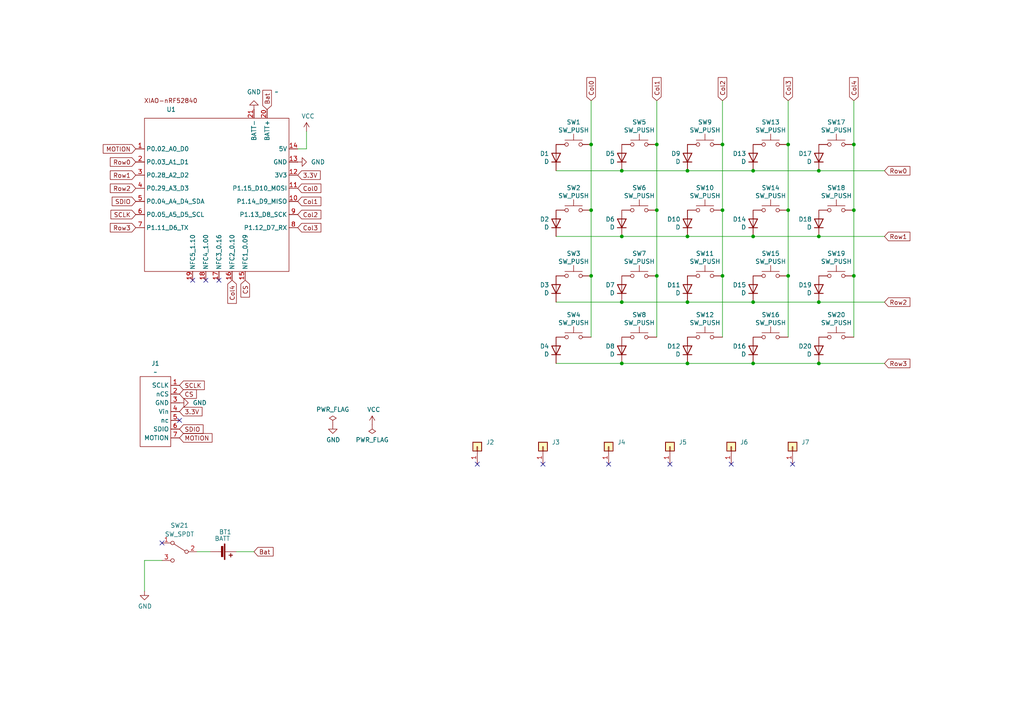
<source format=kicad_sch>
(kicad_sch (version 20231120) (generator "eeschema") (generator_version "8.0")
  (paper "A4")
  (lib_symbols
    (symbol "Connector_Generic:Conn_01x01" (pin_names (offset 1.016) hide)
      (property "Reference" "J" (at 0 2.54 0))
      (property "Value" "Conn_01x01" (at 0 -2.54 0))
      (symbol "Conn_01x01_1_1"
        (rectangle (start -1.27 0.127) (end 0 -0.127) (stroke (width 0.1524)))
        (rectangle (start -1.27 1.27) (end 1.27 -1.27) (stroke (width 0.254)) (fill (type background)))
        (pin passive line (at -5.08 0 0) (length 3.81) (name "Pin_1") (number "1"))
      )
    )
    (symbol "Device:Battery_Cell" (pin_numbers hide) (pin_names (offset 0) hide)
      (property "Reference" "BT" (at 2.54 2.54 0))
      (property "Value" "Battery_Cell" (at 2.54 0 0))
      (symbol "Battery_Cell_0_1"
        (rectangle (start -2.286 1.778) (end 2.286 1.524) (fill (type outline)))
        (rectangle (start -1.5748 1.1938) (end 1.4732 0.6858) (fill (type outline)))
        (polyline (pts (xy 0 0.762) (xy 0 0)))
        (polyline (pts (xy 0 1.778) (xy 0 2.54)))
        (polyline (pts (xy 0.508 3.429) (xy 1.524 3.429)) (stroke (width 0.254)))
        (polyline (pts (xy 1.016 3.937) (xy 1.016 2.921)) (stroke (width 0.254)))
      )
      (symbol "Battery_Cell_1_1"
        (pin passive line (at 0 5.08 270) (length 2.54) (name "+") (number "1"))
        (pin passive line (at 0 -2.54 90) (length 2.54) (name "-") (number "2"))
      )
    )
    (symbol "Device:D" (pin_numbers hide) (pin_names (offset 1.016) hide)
      (property "Reference" "D" (at 0 2.54 0))
      (property "Value" "D" (at 0 -2.54 0))
      (symbol "D_0_1"
        (polyline (pts (xy -1.27 1.27) (xy -1.27 -1.27)) (stroke (width 0.254)))
        (polyline (pts (xy 1.27 0) (xy -1.27 0)))
        (polyline (pts (xy 1.27 1.27) (xy 1.27 -1.27) (xy -1.27 0) (xy 1.27 1.27)) (stroke (width 0.254)))
      )
      (symbol "D_1_1"
        (pin passive line (at -3.81 0 0) (length 2.54) (name "K") (number "1"))
        (pin passive line (at 3.81 0 180) (length 2.54) (name "A") (number "2"))
      )
    )
    (symbol "GND_1" (power) (pin_numbers hide) (pin_names (offset 0) hide)
      (property "Value" "GND" (at 0 -3.81 0))
      (symbol "GND_1_0_1"
        (polyline (pts (xy 0 0) (xy 0 -1.27) (xy 1.27 -1.27) (xy 0 -2.54) (xy -1.27 -1.27) (xy 0 -1.27)))
      )
      (symbol "GND_1_1_1"
        (pin power_in line (at 0 0 270) (length 0) (name "~") (number "1"))
      )
    )
    (symbol "Switch:SW_Push" (pin_numbers hide) (pin_names (offset 1.016) hide)
      (property "Reference" "SW" (at 1.27 2.54 0))
      (property "Value" "SW_Push" (at 0 -1.524 0))
      (symbol "SW_Push_0_1"
        (circle (center -2.032 0) (radius 0.508))
        (polyline (pts (xy 0 1.27) (xy 0 3.048)))
        (polyline (pts (xy 2.54 1.27) (xy -2.54 1.27)))
        (circle (center 2.032 0) (radius 0.508))
        (pin passive line (at -5.08 0 0) (length 2.54) (name "1") (number "1"))
        (pin passive line (at 5.08 0 180) (length 2.54) (name "2") (number "2"))
      )
    )
    (symbol "Switch:SW_SPDT" (pin_names (offset 0) hide)
      (property "Reference" "SW" (at 0 4.318 0))
      (property "Value" "SW_SPDT" (at 0 -5.08 0))
      (symbol "SW_SPDT_0_0"
        (circle (center -2.032 0) (radius 0.508))
        (circle (center 2.032 -2.54) (radius 0.508))
      )
      (symbol "SW_SPDT_0_1"
        (polyline (pts (xy -1.524 0.254) (xy 1.651 2.286)))
        (circle (center 2.032 2.54) (radius 0.508))
      )
      (symbol "SW_SPDT_1_1"
        (pin passive line (at 5.08 2.54 180) (length 2.54) (name "A") (number "1"))
        (pin passive line (at -5.08 0 0) (length 2.54) (name "B") (number "2"))
        (pin passive line (at 5.08 -2.54 180) (length 2.54) (name "C") (number "3"))
      )
    )
    (symbol "my:XIAO-nRF52840"
      (property "Reference" "U1" (at 19.05 -3.81 0))
      (property "Value" "~" (at 50.4541 1.27 0))
      (symbol "XIAO-nRF52840_1_1"
        (text "XIAO-nRF52840" (at 20.32 -1.27 0) (effects (font (size 1.27 1.27))))
        (text_box "" (at 12.7 -6.35 0) (size 41.91 -44.45) (effects (font (size 1.27 1.27)) (justify left top)))
        (pin unspecified line (at 10.16 -15.24 0) (length 2.54) (name "P0.02_A0_D0") (number "1"))
        (pin unspecified line (at 57.15 -30.48 180) (length 2.54) (name "P1.14_D9_MISO") (number "10"))
        (pin unspecified line (at 57.15 -26.67 180) (length 2.54) (name "P1.15_D10_MOSI") (number "11"))
        (pin unspecified line (at 57.15 -22.86 180) (length 2.54) (name "3V3") (number "12"))
        (pin unspecified line (at 57.15 -19.05 180) (length 2.54) (name "GND") (number "13"))
        (pin unspecified line (at 57.15 -15.24 180) (length 2.54) (name "5V") (number "14"))
        (pin unspecified line (at 41.91 -53.34 90) (length 2.54) (name "NFC1_0.09") (number "15"))
        (pin unspecified line (at 38.1 -53.34 90) (length 2.54) (name "NFC2_0.10") (number "16"))
        (pin unspecified line (at 34.29 -53.34 90) (length 2.54) (name "NFC3_0.16") (number "17"))
        (pin unspecified line (at 30.48 -53.34 90) (length 2.54) (name "NFC4_1.00") (number "18"))
        (pin unspecified line (at 26.67 -53.34 90) (length 2.54) (name "NFC5_1.10") (number "19"))
        (pin unspecified line (at 10.16 -19.05 0) (length 2.54) (name "P0.03_A1_D1") (number "2"))
        (pin unspecified line (at 48.26 -3.81 270) (length 2.54) (name "BATT+") (number "20"))
        (pin unspecified line (at 44.45 -3.81 270) (length 2.54) (name "BATT-") (number "21"))
        (pin unspecified line (at 10.16 -22.86 0) (length 2.54) (name "P0.28_A2_D2") (number "3"))
        (pin unspecified line (at 10.16 -26.67 0) (length 2.54) (name "P0.29_A3_D3") (number "4"))
        (pin unspecified line (at 10.16 -30.48 0) (length 2.54) (name "P0.04_A4_D4_SDA") (number "5"))
        (pin unspecified line (at 10.16 -34.29 0) (length 2.54) (name "P0.05_A5_D5_SCL") (number "6"))
        (pin unspecified line (at 10.16 -38.1 0) (length 2.54) (name "P1.11_D6_TX") (number "7"))
        (pin unspecified line (at 57.15 -38.1 180) (length 2.54) (name "P1.12_D7_RX") (number "8"))
        (pin unspecified line (at 57.15 -34.29 180) (length 2.54) (name "P1.13_D8_SCK") (number "9"))
      )
    )
    (symbol "my:pmw3610_breakout"
      (property "Reference" "J" (at -1.27 1.27 0))
      (symbol "pmw3610_breakout_0_1"
        (rectangle (start -6.35 0) (end 2.54 -20.32))
      )
      (symbol "pmw3610_breakout_1_1"
        (pin unspecified line (at 5.08 -2.54 180) (length 2.54) (name "SCLK") (number "1"))
        (pin unspecified line (at 5.08 -5.08 180) (length 2.54) (name "nCS") (number "2"))
        (pin unspecified line (at 5.08 -7.62 180) (length 2.54) (name "GND") (number "3"))
        (pin unspecified line (at 5.08 -10.16 180) (length 2.54) (name "Vin") (number "4"))
        (pin unspecified line (at 5.08 -12.7 180) (length 2.54) (name "nc") (number "5"))
        (pin unspecified line (at 5.08 -15.24 180) (length 2.54) (name "SDIO") (number "6"))
        (pin unspecified line (at 5.08 -17.78 180) (length 2.54) (name "MOTION") (number "7"))
      )
    )
    (symbol "power:GND" (power) (pin_names (offset 0))
      (property "Value" "GND" (at 0 -3.81 0))
      (symbol "GND_0_1"
        (polyline (pts (xy 0 0) (xy 0 -1.27) (xy 1.27 -1.27) (xy 0 -2.54) (xy -1.27 -1.27) (xy 0 -1.27)))
      )
      (symbol "GND_1_1"
        (pin power_in line (at 0 0 270) (length 0) hide (name "GND") (number "1"))
      )
    )
    (symbol "power:PWR_FLAG" (power) (pin_numbers hide) (pin_names (offset 0) hide)
      (property "Value" "PWR_FLAG" (at 0 3.81 0))
      (symbol "PWR_FLAG_0_0"
        (pin power_out line (at 0 0 90) (length 0) (name "pwr") (number "1"))
      )
      (symbol "PWR_FLAG_0_1"
        (polyline (pts (xy 0 0) (xy 0 1.27) (xy -1.016 1.905) (xy 0 2.54) (xy 1.016 1.905) (xy 0 1.27)))
      )
    )
    (symbol "power:VCC" (power) (pin_names (offset 0))
      (property "Value" "VCC" (at 0 3.81 0))
      (symbol "VCC_0_1"
        (polyline (pts (xy -0.762 1.27) (xy 0 2.54)))
        (polyline (pts (xy 0 0) (xy 0 2.54)))
        (polyline (pts (xy 0 2.54) (xy 0.762 1.27)))
      )
      (symbol "VCC_1_1"
        (pin power_in line (at 0 0 90) (length 0) hide (name "VCC") (number "1"))
      )
    )
  )
  (junction (at 209.55 60.96))
  (junction (at 190.5 60.96))
  (junction (at 237.49 105.41))
  (junction (at 180.34 49.53))
  (junction (at 171.45 41.91))
  (junction (at 190.5 41.91))
  (junction (at 237.49 49.53))
  (junction (at 218.44 87.63))
  (junction (at 228.6 60.96))
  (junction (at 237.49 68.58))
  (junction (at 228.6 41.91))
  (junction (at 218.44 49.53))
  (junction (at 218.44 105.41))
  (junction (at 247.65 41.91))
  (junction (at 237.49 87.63))
  (junction (at 199.39 87.63))
  (junction (at 171.45 80.01))
  (junction (at 199.39 105.41))
  (junction (at 180.34 87.63))
  (junction (at 180.34 68.58))
  (junction (at 209.55 41.91))
  (junction (at 199.39 49.53))
  (junction (at 247.65 80.01))
  (junction (at 190.5 80.01))
  (junction (at 218.44 68.58))
  (junction (at 228.6 80.01))
  (junction (at 180.34 105.41))
  (junction (at 199.39 68.58))
  (junction (at 247.65 60.96))
  (junction (at 171.45 60.96))
  (junction (at 209.55 80.01))
  (no_connect (at 212.09 134.62))
  (no_connect (at 176.53 134.62))
  (no_connect (at 46.99 157.48))
  (no_connect (at 194.31 134.62))
  (no_connect (at 229.87 134.62))
  (no_connect (at 52.07 121.92))
  (no_connect (at 55.88 81.28))
  (no_connect (at 59.69 81.28))
  (no_connect (at 63.5 81.28))
  (no_connect (at 138.43 134.62))
  (no_connect (at 157.48 134.62))
  (wire (pts (xy 237.49 87.63) (xy 256.54 87.63)))
  (wire (pts (xy 218.44 87.63) (xy 199.39 87.63)))
  (wire (pts (xy 218.44 68.58) (xy 199.39 68.58)))
  (wire (pts (xy 180.34 87.63) (xy 161.29 87.63)))
  (wire (pts (xy 190.5 29.21) (xy 190.5 41.91)))
  (wire (pts (xy 68.58 160.02) (xy 73.66 160.02)))
  (wire (pts (xy 57.15 160.02) (xy 60.96 160.02)))
  (wire (pts (xy 237.49 49.53) (xy 218.44 49.53)))
  (wire (pts (xy 199.39 49.53) (xy 180.34 49.53)))
  (wire (pts (xy 209.55 80.01) (xy 209.55 97.79)))
  (wire (pts (xy 209.55 29.21) (xy 209.55 41.91)))
  (wire (pts (xy 41.91 162.56) (xy 41.91 171.45)))
  (wire (pts (xy 180.34 105.41) (xy 161.29 105.41)))
  (wire (pts (xy 88.9 43.18) (xy 88.9 38.1)))
  (wire (pts (xy 247.65 80.01) (xy 247.65 97.79)))
  (wire (pts (xy 46.99 162.56) (xy 41.91 162.56)))
  (wire (pts (xy 237.49 68.58) (xy 218.44 68.58)))
  (wire (pts (xy 171.45 60.96) (xy 171.45 80.01)))
  (wire (pts (xy 228.6 29.21) (xy 228.6 41.91)))
  (wire (pts (xy 199.39 105.41) (xy 180.34 105.41)))
  (wire (pts (xy 228.6 41.91) (xy 228.6 60.96)))
  (wire (pts (xy 171.45 41.91) (xy 171.45 60.96)))
  (wire (pts (xy 218.44 105.41) (xy 199.39 105.41)))
  (wire (pts (xy 237.49 49.53) (xy 256.54 49.53)))
  (wire (pts (xy 209.55 60.96) (xy 209.55 80.01)))
  (wire (pts (xy 180.34 68.58) (xy 161.29 68.58)))
  (wire (pts (xy 199.39 68.58) (xy 180.34 68.58)))
  (wire (pts (xy 86.36 43.18) (xy 88.9 43.18)))
  (wire (pts (xy 228.6 80.01) (xy 228.6 97.79)))
  (wire (pts (xy 218.44 49.53) (xy 199.39 49.53)))
  (wire (pts (xy 237.49 105.41) (xy 218.44 105.41)))
  (wire (pts (xy 171.45 29.21) (xy 171.45 41.91)))
  (wire (pts (xy 247.65 60.96) (xy 247.65 80.01)))
  (wire (pts (xy 209.55 41.91) (xy 209.55 60.96)))
  (wire (pts (xy 256.54 105.41) (xy 237.49 105.41)))
  (wire (pts (xy 190.5 41.91) (xy 190.5 60.96)))
  (wire (pts (xy 247.65 41.91) (xy 247.65 60.96)))
  (wire (pts (xy 247.65 29.21) (xy 247.65 41.91)))
  (wire (pts (xy 237.49 87.63) (xy 218.44 87.63)))
  (wire (pts (xy 171.45 80.01) (xy 171.45 97.79)))
  (wire (pts (xy 190.5 60.96) (xy 190.5 80.01)))
  (wire (pts (xy 180.34 49.53) (xy 161.29 49.53)))
  (wire (pts (xy 228.6 60.96) (xy 228.6 80.01)))
  (wire (pts (xy 199.39 87.63) (xy 180.34 87.63)))
  (wire (pts (xy 190.5 80.01) (xy 190.5 97.79)))
  (wire (pts (xy 237.49 68.58) (xy 256.54 68.58)))
  (global_label "Row2" (shape input) (at 256.54 87.63 0) (property "Intersheetrefs" "${INTERSHEET_REFS}" (effects (hide yes))))
  (global_label "Row1" (shape input) (at 256.54 68.58 0) (property "Intersheetrefs" "${INTERSHEET_REFS}" (effects (hide yes))))
  (global_label "Col3" (shape input) (at 228.6 29.21 90) (property "Intersheetrefs" "${INTERSHEET_REFS}" (effects (hide yes))))
  (global_label "3.3V" (shape input) (at 52.07 119.38 0) (property "Intersheetrefs" "${INTERSHEET_REFS}" (effects (hide yes))))
  (global_label "CS" (shape input) (at 52.07 114.3 0) (property "Intersheetrefs" "${INTERSHEET_REFS}" (effects (hide yes))))
  (global_label "MOTION" (shape input) (at 52.07 127 0) (property "Intersheetrefs" "${INTERSHEET_REFS}" (effects (hide yes))))
  (global_label "Col1" (shape input) (at 86.36 58.42 0) (property "Intersheetrefs" "${INTERSHEET_REFS}" (effects (hide yes))))
  (global_label "3.3V" (shape input) (at 86.36 50.8 0) (property "Intersheetrefs" "${INTERSHEET_REFS}" (effects (hide yes))))
  (global_label "Bat" (shape input) (at 77.47 31.75 90) (property "Intersheetrefs" "${INTERSHEET_REFS}" (effects (hide yes))))
  (global_label "Row0" (shape input) (at 256.54 49.53 0) (property "Intersheetrefs" "${INTERSHEET_REFS}" (effects (hide yes))))
  (global_label "Col3" (shape input) (at 86.36 66.04 0) (property "Intersheetrefs" "${INTERSHEET_REFS}" (effects (hide yes))))
  (global_label "Row0" (shape input) (at 39.37 46.99 180) (property "Intersheetrefs" "${INTERSHEET_REFS}" (effects (hide yes))))
  (global_label "Row3" (shape input) (at 256.54 105.41 0) (property "Intersheetrefs" "${INTERSHEET_REFS}" (effects (hide yes))))
  (global_label "MOTION" (shape input) (at 39.37 43.18 180) (property "Intersheetrefs" "${INTERSHEET_REFS}" (effects (hide yes))))
  (global_label "SDIO" (shape input) (at 52.07 124.46 0) (property "Intersheetrefs" "${INTERSHEET_REFS}" (effects (hide yes))))
  (global_label "Row3" (shape input) (at 39.37 66.04 180) (property "Intersheetrefs" "${INTERSHEET_REFS}" (effects (hide yes))))
  (global_label "SCLK" (shape input) (at 39.37 62.23 180) (property "Intersheetrefs" "${INTERSHEET_REFS}" (effects (hide yes))))
  (global_label "Col4" (shape input) (at 247.65 29.21 90) (property "Intersheetrefs" "${INTERSHEET_REFS}" (effects (hide yes))))
  (global_label "Row2" (shape input) (at 39.37 54.61 180) (property "Intersheetrefs" "${INTERSHEET_REFS}" (effects (hide yes))))
  (global_label "Col0" (shape input) (at 86.36 54.61 0) (property "Intersheetrefs" "${INTERSHEET_REFS}" (effects (hide yes))))
  (global_label "Col2" (shape input) (at 209.55 29.21 90) (property "Intersheetrefs" "${INTERSHEET_REFS}" (effects (hide yes))))
  (global_label "Col2" (shape input) (at 86.36 62.23 0) (property "Intersheetrefs" "${INTERSHEET_REFS}" (effects (hide yes))))
  (global_label "Row1" (shape input) (at 39.37 50.8 180) (property "Intersheetrefs" "${INTERSHEET_REFS}" (effects (hide yes))))
  (global_label "Bat" (shape input) (at 73.66 160.02 0) (property "Intersheetrefs" "${INTERSHEET_REFS}" (effects (hide yes))))
  (global_label "Col4" (shape input) (at 67.31 81.28 270) (property "Intersheetrefs" "${INTERSHEET_REFS}" (effects (hide yes))))
  (global_label "SCLK" (shape input) (at 52.07 111.76 0) (property "Intersheetrefs" "${INTERSHEET_REFS}" (effects (hide yes))))
  (global_label "CS" (shape input) (at 71.12 81.28 270) (property "Intersheetrefs" "${INTERSHEET_REFS}" (effects (hide yes))))
  (global_label "Col1" (shape input) (at 190.5 29.21 90) (property "Intersheetrefs" "${INTERSHEET_REFS}" (effects (hide yes))))
  (global_label "SDIO" (shape input) (at 39.37 58.42 180) (property "Intersheetrefs" "${INTERSHEET_REFS}" (effects (hide yes))))
  (global_label "Col0" (shape input) (at 171.45 29.21 90) (property "Intersheetrefs" "${INTERSHEET_REFS}" (effects (hide yes))))
  (symbol (lib_id "power:VCC") (at 88.9 38.1 0) (unit 1)
    (property "Reference" "#PWR05" (effects (hide yes)))
    (property "Value" "VCC" (at 89.3318 33.7058 0))
  )
  (symbol (lib_id "Device:D") (at 237.49 101.6 270) (mirror x) (unit 1)
    (property "Reference" "D20" (at 235.4834 100.4316 90) (effects (justify right)))
    (property "Value" "D" (at 235.4834 102.743 90) (effects (justify right)))
    (property "Footprint" "note96e:Diode_SMD" (effects (hide yes)))
  )
  (symbol (lib_id "Switch:SW_Push") (at 204.47 80.01 0) (mirror y) (unit 1)
    (property "Reference" "SW11" (at 204.47 73.533 0))
    (property "Value" "SW_PUSH" (at 204.47 75.8444 0))
    (property "Footprint" "myfootprintLibrary:SW_MX" (effects (hide yes)))
  )
  (symbol (lib_id "Device:D") (at 199.39 64.77 270) (mirror x) (unit 1)
    (property "Reference" "D10" (at 197.3834 63.6016 90) (effects (justify right)))
    (property "Value" "D" (at 197.3834 65.913 90) (effects (justify right)))
    (property "Footprint" "note96e:Diode_SMD" (effects (hide yes)))
  )
  (symbol (lib_id "Switch:SW_Push") (at 223.52 80.01 0) (mirror y) (unit 1)
    (property "Reference" "SW15" (at 223.52 73.533 0))
    (property "Value" "SW_PUSH" (at 223.52 75.8444 0))
    (property "Footprint" "myfootprintLibrary:SW_MX" (effects (hide yes)))
  )
  (symbol (lib_id "Switch:SW_Push") (at 223.52 97.79 0) (mirror y) (unit 1)
    (property "Reference" "SW16" (at 223.52 91.313 0))
    (property "Value" "SW_PUSH" (at 223.52 93.6244 0))
    (property "Footprint" "myfootprintLibrary:SW_MX_Choc" (effects (hide yes)))
  )
  (symbol (lib_id "Device:D") (at 218.44 83.82 270) (mirror x) (unit 1)
    (property "Reference" "D15" (at 216.4334 82.6516 90) (effects (justify right)))
    (property "Value" "D" (at 216.4334 84.963 90) (effects (justify right)))
    (property "Footprint" "note96e:Diode_SMD" (effects (hide yes)))
  )
  (symbol (lib_id "Device:D") (at 237.49 83.82 270) (mirror x) (unit 1)
    (property "Reference" "D19" (at 235.4834 82.6516 90) (effects (justify right)))
    (property "Value" "D" (at 235.4834 84.963 90) (effects (justify right)))
    (property "Footprint" "note96e:Diode_SMD" (effects (hide yes)))
  )
  (symbol (lib_id "Device:D") (at 161.29 45.72 270) (mirror x) (unit 1)
    (property "Reference" "D1" (at 159.2834 44.5516 90) (effects (justify right)))
    (property "Value" "D" (at 159.2834 46.863 90) (effects (justify right)))
    (property "Footprint" "note96e:Diode_SMD" (effects (hide yes)))
  )
  (symbol (lib_id "Switch:SW_Push") (at 223.52 60.96 0) (mirror y) (unit 1)
    (property "Reference" "SW14" (at 223.52 54.483 0))
    (property "Value" "SW_PUSH" (at 223.52 56.7944 0))
    (property "Footprint" "myfootprintLibrary:SW_MX" (effects (hide yes)))
  )
  (symbol (lib_id "Switch:SW_Push") (at 166.37 60.96 0) (mirror y) (unit 1)
    (property "Reference" "SW2" (at 166.37 54.483 0))
    (property "Value" "SW_PUSH" (at 166.37 56.7944 0))
    (property "Footprint" "myfootprintLibrary:SW_MX" (effects (hide yes)))
  )
  (symbol (lib_id "Switch:SW_Push") (at 204.47 97.79 0) (mirror y) (unit 1)
    (property "Reference" "SW12" (at 204.47 91.313 0))
    (property "Value" "SW_PUSH" (at 204.47 93.6244 0))
    (property "Footprint" "myfootprintLibrary:SW_MX_Choc" (effects (hide yes)))
  )
  (symbol (lib_id "Device:D") (at 161.29 83.82 270) (mirror x) (unit 1)
    (property "Reference" "D3" (at 159.2834 82.6516 90) (effects (justify right)))
    (property "Value" "D" (at 159.2834 84.963 90) (effects (justify right)))
    (property "Footprint" "note96e:Diode_SMD" (effects (hide yes)))
  )
  (symbol (lib_name "GND_1") (lib_id "power:GND") (at 73.66 31.75 180) (unit 1)
    (property "Reference" "#PWR03" (effects (hide yes)))
    (property "Value" "GND" (at 73.66 26.67 0))
    (property "Description" "Power symbol creates a global label with name \"GND\" , ground" (effects (hide yes)))
  )
  (symbol (lib_id "Device:D") (at 199.39 45.72 270) (mirror x) (unit 1)
    (property "Reference" "D9" (at 197.3834 44.5516 90) (effects (justify right)))
    (property "Value" "D" (at 197.3834 46.863 90) (effects (justify right)))
    (property "Footprint" "note96e:Diode_SMD" (effects (hide yes)))
  )
  (symbol (lib_id "Device:D") (at 218.44 45.72 270) (mirror x) (unit 1)
    (property "Reference" "D13" (at 216.4334 44.5516 90) (effects (justify right)))
    (property "Value" "D" (at 216.4334 46.863 90) (effects (justify right)))
    (property "Footprint" "note96e:Diode_SMD" (effects (hide yes)))
  )
  (symbol (lib_id "Device:D") (at 199.39 101.6 270) (mirror x) (unit 1)
    (property "Reference" "D12" (at 197.3834 100.4316 90) (effects (justify right)))
    (property "Value" "D" (at 197.3834 102.743 90) (effects (justify right)))
    (property "Footprint" "note96e:Diode_SMD" (effects (hide yes)))
  )
  (symbol (lib_name "GND_1") (lib_id "power:GND") (at 52.07 116.84 90) (unit 1)
    (property "Reference" "#PWR02" (effects (hide yes)))
    (property "Value" "GND" (at 55.88 116.8399 90) (effects (justify right)))
    (property "Description" "Power symbol creates a global label with name \"GND\" , ground" (effects (hide yes)))
  )
  (symbol (lib_id "Connector_Generic:Conn_01x01") (at 229.87 129.54 90) (unit 1)
    (property "Reference" "J7" (at 232.41 128.2699 90) (effects (justify right)))
    (property "Value" "Conn_01x01-Connector_Generic" (effects (hide yes)))
    (property "Footprint" "MountingHole:MountingHole_4.3mm_M4" (effects (hide yes)))
    (property "Description" "Generic connector, single row, 01x01, script generated (kicad-library-utils/schlib/autogen/connector/)" (effects (hide yes)))
  )
  (symbol (lib_id "Device:D") (at 218.44 64.77 270) (mirror x) (unit 1)
    (property "Reference" "D14" (at 216.4334 63.6016 90) (effects (justify right)))
    (property "Value" "D" (at 216.4334 65.913 90) (effects (justify right)))
    (property "Footprint" "note96e:Diode_SMD" (effects (hide yes)))
  )
  (symbol (lib_id "my:XIAO-nRF52840") (at 29.21 27.94 0) (unit 1)
    (property "Reference" "U1" (at 48.26 31.75 0) (effects (justify left)))
    (property "Value" "~" (at 79.6641 26.67 0) (effects (justify left)))
    (property "Footprint" "myfootprintLibrary:XIAO_nRF52840_wBAT_wNFC" (effects (hide yes)))
  )
  (symbol (lib_id "Switch:SW_Push") (at 166.37 80.01 0) (mirror y) (unit 1)
    (property "Reference" "SW3" (at 166.37 73.533 0))
    (property "Value" "SW_PUSH" (at 166.37 75.8444 0))
    (property "Footprint" "myfootprintLibrary:SW_MX" (effects (hide yes)))
  )
  (symbol (lib_id "Connector_Generic:Conn_01x01") (at 194.31 129.54 90) (unit 1)
    (property "Reference" "J5" (at 196.85 128.2699 90) (effects (justify right)))
    (property "Value" "Conn_01x01-Connector_Generic" (effects (hide yes)))
    (property "Footprint" "MountingHole:MountingHole_4.3mm_M4" (effects (hide yes)))
    (property "Description" "Generic connector, single row, 01x01, script generated (kicad-library-utils/schlib/autogen/connector/)" (effects (hide yes)))
  )
  (symbol (lib_id "Switch:SW_Push") (at 166.37 41.91 0) (mirror y) (unit 1)
    (property "Reference" "SW1" (at 166.37 35.433 0))
    (property "Value" "SW_PUSH" (at 166.37 37.7444 0))
    (property "Footprint" "myfootprintLibrary:SW_MX" (effects (hide yes)))
  )
  (symbol (lib_id "Switch:SW_Push") (at 223.52 41.91 0) (mirror y) (unit 1)
    (property "Reference" "SW13" (at 223.52 35.433 0))
    (property "Value" "SW_PUSH" (at 223.52 37.7444 0))
    (property "Footprint" "myfootprintLibrary:SW_MX" (effects (hide yes)))
  )
  (symbol (lib_id "Switch:SW_Push") (at 166.37 97.79 0) (mirror y) (unit 1)
    (property "Reference" "SW4" (at 166.37 91.313 0))
    (property "Value" "SW_PUSH" (at 166.37 93.6244 0))
    (property "Footprint" "myfootprintLibrary:SW_MX" (effects (hide yes)))
  )
  (symbol (lib_id "Switch:SW_SPDT") (at 52.07 160.02 0) (mirror y) (unit 1)
    (property "Reference" "SW21" (at 52.07 152.4 0))
    (property "Value" "SW_SPDT" (at 52.07 154.94 0))
    (property "Footprint" "note96e:TGSW_MSK-12D19" (effects (hide yes)))
  )
  (symbol (lib_id "Switch:SW_Push") (at 242.57 60.96 0) (mirror y) (unit 1)
    (property "Reference" "SW18" (at 242.57 54.483 0))
    (property "Value" "SW_PUSH" (at 242.57 56.7944 0))
    (property "Footprint" "myfootprintLibrary:SW_MX" (effects (hide yes)))
  )
  (symbol (lib_id "Device:D") (at 180.34 83.82 270) (mirror x) (unit 1)
    (property "Reference" "D7" (at 178.3334 82.6516 90) (effects (justify right)))
    (property "Value" "D" (at 178.3334 84.963 90) (effects (justify right)))
    (property "Footprint" "note96e:Diode_SMD" (effects (hide yes)))
  )
  (symbol (lib_id "Connector_Generic:Conn_01x01") (at 157.48 129.54 90) (unit 1)
    (property "Reference" "J3" (at 160.02 128.2699 90) (effects (justify right)))
    (property "Value" "Conn_01x01-Connector_Generic" (effects (hide yes)))
    (property "Footprint" "MountingHole:MountingHole_4.3mm_M4" (effects (hide yes)))
    (property "Description" "Generic connector, single row, 01x01, script generated (kicad-library-utils/schlib/autogen/connector/)" (effects (hide yes)))
  )
  (symbol (lib_id "Switch:SW_Push") (at 204.47 41.91 0) (mirror y) (unit 1)
    (property "Reference" "SW9" (at 204.47 35.433 0))
    (property "Value" "SW_PUSH" (at 204.47 37.7444 0))
    (property "Footprint" "myfootprintLibrary:SW_MX" (effects (hide yes)))
  )
  (symbol (lib_id "Connector_Generic:Conn_01x01") (at 138.43 129.54 90) (unit 1)
    (property "Reference" "J2" (at 140.97 128.2699 90) (effects (justify right)))
    (property "Value" "Conn_01x01-Connector_Generic" (effects (hide yes)))
    (property "Footprint" "MountingHole:MountingHole_4.3mm_M4" (effects (hide yes)))
    (property "Description" "Generic connector, single row, 01x01, script generated (kicad-library-utils/schlib/autogen/connector/)" (effects (hide yes)))
  )
  (symbol (lib_id "Device:D") (at 237.49 45.72 270) (mirror x) (unit 1)
    (property "Reference" "D17" (at 235.4834 44.5516 90) (effects (justify right)))
    (property "Value" "D" (at 235.4834 46.863 90) (effects (justify right)))
    (property "Footprint" "note96e:Diode_SMD" (effects (hide yes)))
  )
  (symbol (lib_name "GND_1") (lib_id "power:GND") (at 86.36 46.99 90) (unit 1)
    (property "Reference" "#PWR04" (effects (hide yes)))
    (property "Value" "GND" (at 90.17 46.9899 90) (effects (justify right)))
    (property "Description" "Power symbol creates a global label with name \"GND\" , ground" (effects (hide yes)))
  )
  (symbol (lib_id "Switch:SW_Push") (at 242.57 80.01 0) (mirror y) (unit 1)
    (property "Reference" "SW19" (at 242.57 73.533 0))
    (property "Value" "SW_PUSH" (at 242.57 75.8444 0))
    (property "Footprint" "myfootprintLibrary:SW_MX" (effects (hide yes)))
  )
  (symbol (lib_id "Device:D") (at 161.29 64.77 270) (mirror x) (unit 1)
    (property "Reference" "D2" (at 159.2834 63.6016 90) (effects (justify right)))
    (property "Value" "D" (at 159.2834 65.913 90) (effects (justify right)))
    (property "Footprint" "note96e:Diode_SMD" (effects (hide yes)))
  )
  (symbol (lib_id "Switch:SW_Push") (at 204.47 60.96 0) (mirror y) (unit 1)
    (property "Reference" "SW10" (at 204.47 54.483 0))
    (property "Value" "SW_PUSH" (at 204.47 56.7944 0))
    (property "Footprint" "myfootprintLibrary:SW_MX" (effects (hide yes)))
  )
  (symbol (lib_id "Switch:SW_Push") (at 185.42 97.79 0) (mirror y) (unit 1)
    (property "Reference" "SW8" (at 185.42 91.313 0))
    (property "Value" "SW_PUSH" (at 185.42 93.6244 0))
    (property "Footprint" "myfootprintLibrary:SW_MX" (effects (hide yes)))
  )
  (symbol (lib_id "power:GND") (at 96.52 123.19 0) (unit 1)
    (property "Reference" "#PWR06" (effects (hide yes)))
    (property "Value" "GND" (at 96.647 127.5842 0))
  )
  (symbol (lib_id "Switch:SW_Push") (at 242.57 97.79 0) (mirror y) (unit 1)
    (property "Reference" "SW20" (at 242.57 91.313 0))
    (property "Value" "SW_PUSH" (at 242.57 93.6244 0))
    (property "Footprint" "myfootprintLibrary:SW_MX" (effects (hide yes)))
  )
  (symbol (lib_id "Device:Battery_Cell") (at 63.5 160.02 270) (unit 1)
    (property "Reference" "BT1" (at 63.5 154.305 90) (effects (justify left)))
    (property "Value" "BATT" (at 62.23 156.21 90) (effects (justify left)))
    (property "Footprint" "note96e:JST_PH_S2B-PH-K_custom" (effects (hide yes)))
  )
  (symbol (lib_id "Device:D") (at 180.34 64.77 270) (mirror x) (unit 1)
    (property "Reference" "D6" (at 178.3334 63.6016 90) (effects (justify right)))
    (property "Value" "D" (at 178.3334 65.913 90) (effects (justify right)))
    (property "Footprint" "note96e:Diode_SMD" (effects (hide yes)))
  )
  (symbol (lib_id "Device:D") (at 218.44 101.6 270) (mirror x) (unit 1)
    (property "Reference" "D16" (at 216.4334 100.4316 90) (effects (justify right)))
    (property "Value" "D" (at 216.4334 102.743 90) (effects (justify right)))
    (property "Footprint" "note96e:Diode_SMD" (effects (hide yes)))
  )
  (symbol (lib_id "Switch:SW_Push") (at 185.42 41.91 0) (mirror y) (unit 1)
    (property "Reference" "SW5" (at 185.42 35.433 0))
    (property "Value" "SW_PUSH" (at 185.42 37.7444 0))
    (property "Footprint" "myfootprintLibrary:SW_MX" (effects (hide yes)))
  )
  (symbol (lib_id "my:pmw3610_breakout") (at 46.99 109.22 0) (unit 1)
    (property "Reference" "J1" (at 45.085 105.41 0))
    (property "Value" "~" (at 45.085 107.95 0))
    (property "Footprint" "myfootprintLibrary:pmw3610_connector" (effects (hide yes)))
  )
  (symbol (lib_id "Connector_Generic:Conn_01x01") (at 212.09 129.54 90) (unit 1)
    (property "Reference" "J6" (at 214.63 128.2699 90) (effects (justify right)))
    (property "Value" "Conn_01x01-Connector_Generic" (effects (hide yes)))
    (property "Footprint" "MountingHole:MountingHole_4.3mm_M4" (effects (hide yes)))
    (property "Description" "Generic connector, single row, 01x01, script generated (kicad-library-utils/schlib/autogen/connector/)" (effects (hide yes)))
  )
  (symbol (lib_id "Switch:SW_Push") (at 185.42 60.96 0) (mirror y) (unit 1)
    (property "Reference" "SW6" (at 185.42 54.483 0))
    (property "Value" "SW_PUSH" (at 185.42 56.7944 0))
    (property "Footprint" "myfootprintLibrary:SW_MX" (effects (hide yes)))
  )
  (symbol (lib_id "Device:D") (at 161.29 101.6 270) (mirror x) (unit 1)
    (property "Reference" "D4" (at 159.2834 100.4316 90) (effects (justify right)))
    (property "Value" "D" (at 159.2834 102.743 90) (effects (justify right)))
    (property "Footprint" "note96e:Diode_SMD" (effects (hide yes)))
  )
  (symbol (lib_id "Device:D") (at 237.49 64.77 270) (mirror x) (unit 1)
    (property "Reference" "D18" (at 235.4834 63.6016 90) (effects (justify right)))
    (property "Value" "D" (at 235.4834 65.913 90) (effects (justify right)))
    (property "Footprint" "note96e:Diode_SMD" (effects (hide yes)))
  )
  (symbol (lib_id "power:VCC") (at 107.95 123.19 0) (unit 1)
    (property "Reference" "#PWR07" (effects (hide yes)))
    (property "Value" "VCC" (at 108.3818 118.7958 0))
  )
  (symbol (lib_id "power:PWR_FLAG") (at 107.95 123.19 180) (unit 1)
    (property "Reference" "#FLG02" (effects (hide yes)))
    (property "Value" "PWR_FLAG" (at 107.95 127.5842 0))
  )
  (symbol (lib_id "power:GND") (at 41.91 171.45 0) (unit 1)
    (property "Reference" "#PWR01" (effects (hide yes)))
    (property "Value" "GND" (at 42.037 175.8442 0))
  )
  (symbol (lib_id "Device:D") (at 199.39 83.82 270) (mirror x) (unit 1)
    (property "Reference" "D11" (at 197.3834 82.6516 90) (effects (justify right)))
    (property "Value" "D" (at 197.3834 84.963 90) (effects (justify right)))
    (property "Footprint" "note96e:Diode_SMD" (effects (hide yes)))
  )
  (symbol (lib_id "Device:D") (at 180.34 101.6 270) (mirror x) (unit 1)
    (property "Reference" "D8" (at 178.3334 100.4316 90) (effects (justify right)))
    (property "Value" "D" (at 178.3334 102.743 90) (effects (justify right)))
    (property "Footprint" "note96e:Diode_SMD" (effects (hide yes)))
  )
  (symbol (lib_id "Switch:SW_Push") (at 185.42 80.01 0) (mirror y) (unit 1)
    (property "Reference" "SW7" (at 185.42 73.533 0))
    (property "Value" "SW_PUSH" (at 185.42 75.8444 0))
    (property "Footprint" "myfootprintLibrary:SW_MX" (effects (hide yes)))
  )
  (symbol (lib_id "power:PWR_FLAG") (at 96.52 123.19 0) (unit 1)
    (property "Reference" "#FLG01" (effects (hide yes)))
    (property "Value" "PWR_FLAG" (at 96.52 118.7704 0))
  )
  (symbol (lib_id "Switch:SW_Push") (at 242.57 41.91 0) (mirror y) (unit 1)
    (property "Reference" "SW17" (at 242.57 35.433 0))
    (property "Value" "SW_PUSH" (at 242.57 37.7444 0))
    (property "Footprint" "myfootprintLibrary:SW_MX" (effects (hide yes)))
  )
  (symbol (lib_id "Device:D") (at 180.34 45.72 270) (mirror x) (unit 1)
    (property "Reference" "D5" (at 178.3334 44.5516 90) (effects (justify right)))
    (property "Value" "D" (at 178.3334 46.863 90) (effects (justify right)))
    (property "Footprint" "note96e:Diode_SMD" (effects (hide yes)))
  )
  (symbol (lib_id "Connector_Generic:Conn_01x01") (at 176.53 129.54 90) (unit 1)
    (property "Reference" "J4" (at 179.07 128.2699 90) (effects (justify right)))
    (property "Value" "Conn_01x01-Connector_Generic" (effects (hide yes)))
    (property "Footprint" "MountingHole:MountingHole_4.3mm_M4" (effects (hide yes)))
    (property "Description" "Generic connector, single row, 01x01, script generated (kicad-library-utils/schlib/autogen/connector/)" (effects (hide yes)))
  )
)
</source>
